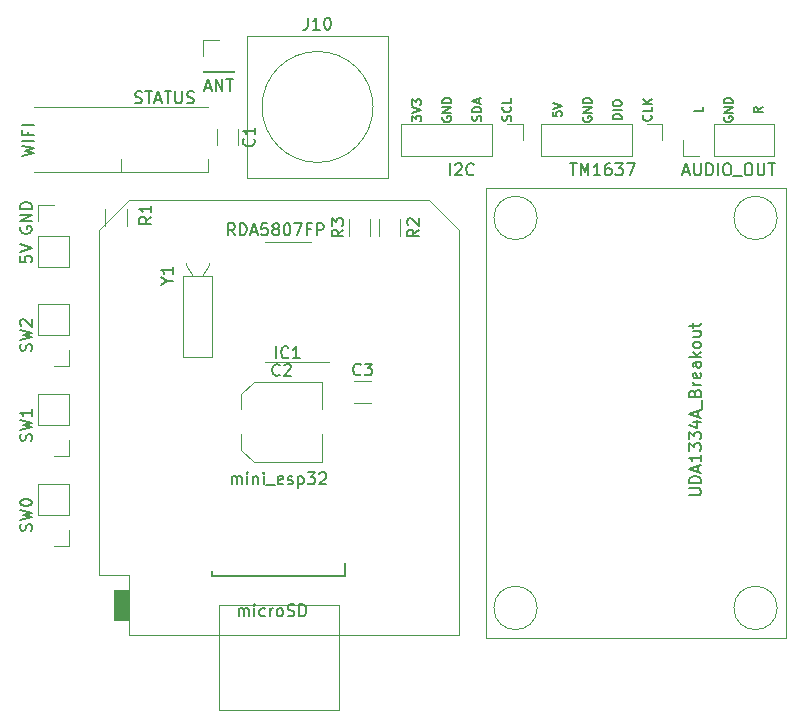
<source format=gbr>
%TF.GenerationSoftware,KiCad,Pcbnew,6.0.10-86aedd382b~118~ubuntu22.04.1*%
%TF.CreationDate,2023-01-08T15:51:37+01:00*%
%TF.ProjectId,mp3alarm,6d703361-6c61-4726-9d2e-6b696361645f,v0.2*%
%TF.SameCoordinates,Original*%
%TF.FileFunction,Legend,Top*%
%TF.FilePolarity,Positive*%
%FSLAX46Y46*%
G04 Gerber Fmt 4.6, Leading zero omitted, Abs format (unit mm)*
G04 Created by KiCad (PCBNEW 6.0.10-86aedd382b~118~ubuntu22.04.1) date 2023-01-08 15:51:37*
%MOMM*%
%LPD*%
G01*
G04 APERTURE LIST*
%ADD10C,0.127000*%
%ADD11C,0.150000*%
%ADD12C,0.120000*%
%ADD13C,0.200000*%
%ADD14C,0.100000*%
G04 APERTURE END LIST*
D10*
X89244714Y-62375142D02*
X89244714Y-62738000D01*
X89607571Y-62774285D01*
X89571285Y-62738000D01*
X89535000Y-62665428D01*
X89535000Y-62484000D01*
X89571285Y-62411428D01*
X89607571Y-62375142D01*
X89680142Y-62338857D01*
X89861571Y-62338857D01*
X89934142Y-62375142D01*
X89970428Y-62411428D01*
X90006714Y-62484000D01*
X90006714Y-62665428D01*
X89970428Y-62738000D01*
X89934142Y-62774285D01*
X89244714Y-62121142D02*
X90006714Y-61867142D01*
X89244714Y-61613142D01*
X83167428Y-63155285D02*
X83203714Y-63046428D01*
X83203714Y-62865000D01*
X83167428Y-62792428D01*
X83131142Y-62756142D01*
X83058571Y-62719857D01*
X82986000Y-62719857D01*
X82913428Y-62756142D01*
X82877142Y-62792428D01*
X82840857Y-62865000D01*
X82804571Y-63010142D01*
X82768285Y-63082714D01*
X82732000Y-63119000D01*
X82659428Y-63155285D01*
X82586857Y-63155285D01*
X82514285Y-63119000D01*
X82478000Y-63082714D01*
X82441714Y-63010142D01*
X82441714Y-62828714D01*
X82478000Y-62719857D01*
X83203714Y-62393285D02*
X82441714Y-62393285D01*
X82441714Y-62211857D01*
X82478000Y-62103000D01*
X82550571Y-62030428D01*
X82623142Y-61994142D01*
X82768285Y-61957857D01*
X82877142Y-61957857D01*
X83022285Y-61994142D01*
X83094857Y-62030428D01*
X83167428Y-62103000D01*
X83203714Y-62211857D01*
X83203714Y-62393285D01*
X82986000Y-61667571D02*
X82986000Y-61304714D01*
X83203714Y-61740142D02*
X82441714Y-61486142D01*
X83203714Y-61232142D01*
D11*
X45108761Y-82613333D02*
X45156380Y-82470476D01*
X45156380Y-82232380D01*
X45108761Y-82137142D01*
X45061142Y-82089523D01*
X44965904Y-82041904D01*
X44870666Y-82041904D01*
X44775428Y-82089523D01*
X44727809Y-82137142D01*
X44680190Y-82232380D01*
X44632571Y-82422857D01*
X44584952Y-82518095D01*
X44537333Y-82565714D01*
X44442095Y-82613333D01*
X44346857Y-82613333D01*
X44251619Y-82565714D01*
X44204000Y-82518095D01*
X44156380Y-82422857D01*
X44156380Y-82184761D01*
X44204000Y-82041904D01*
X44156380Y-81708571D02*
X45156380Y-81470476D01*
X44442095Y-81280000D01*
X45156380Y-81089523D01*
X44156380Y-80851428D01*
X44251619Y-80518095D02*
X44204000Y-80470476D01*
X44156380Y-80375238D01*
X44156380Y-80137142D01*
X44204000Y-80041904D01*
X44251619Y-79994285D01*
X44346857Y-79946666D01*
X44442095Y-79946666D01*
X44584952Y-79994285D01*
X45156380Y-80565714D01*
X45156380Y-79946666D01*
D10*
X97554142Y-62683571D02*
X97590428Y-62719857D01*
X97626714Y-62828714D01*
X97626714Y-62901285D01*
X97590428Y-63010142D01*
X97517857Y-63082714D01*
X97445285Y-63119000D01*
X97300142Y-63155285D01*
X97191285Y-63155285D01*
X97046142Y-63119000D01*
X96973571Y-63082714D01*
X96901000Y-63010142D01*
X96864714Y-62901285D01*
X96864714Y-62828714D01*
X96901000Y-62719857D01*
X96937285Y-62683571D01*
X97626714Y-61994142D02*
X97626714Y-62357000D01*
X96864714Y-62357000D01*
X97626714Y-61740142D02*
X96864714Y-61740142D01*
X97626714Y-61304714D02*
X97191285Y-61631285D01*
X96864714Y-61304714D02*
X97300142Y-61740142D01*
D11*
X80557809Y-67762380D02*
X80557809Y-66762380D01*
X80986380Y-66857619D02*
X81034000Y-66810000D01*
X81129238Y-66762380D01*
X81367333Y-66762380D01*
X81462571Y-66810000D01*
X81510190Y-66857619D01*
X81557809Y-66952857D01*
X81557809Y-67048095D01*
X81510190Y-67190952D01*
X80938761Y-67762380D01*
X81557809Y-67762380D01*
X82557809Y-67667142D02*
X82510190Y-67714761D01*
X82367333Y-67762380D01*
X82272095Y-67762380D01*
X82129238Y-67714761D01*
X82034000Y-67619523D01*
X81986380Y-67524285D01*
X81938761Y-67333809D01*
X81938761Y-67190952D01*
X81986380Y-67000476D01*
X82034000Y-66905238D01*
X82129238Y-66810000D01*
X82272095Y-66762380D01*
X82367333Y-66762380D01*
X82510190Y-66810000D01*
X82557809Y-66857619D01*
D10*
X107024714Y-61994142D02*
X106661857Y-62248142D01*
X107024714Y-62429571D02*
X106262714Y-62429571D01*
X106262714Y-62139285D01*
X106299000Y-62066714D01*
X106335285Y-62030428D01*
X106407857Y-61994142D01*
X106516714Y-61994142D01*
X106589285Y-62030428D01*
X106625571Y-62066714D01*
X106661857Y-62139285D01*
X106661857Y-62429571D01*
D11*
X90710095Y-66762380D02*
X91281523Y-66762380D01*
X90995809Y-67762380D02*
X90995809Y-66762380D01*
X91614857Y-67762380D02*
X91614857Y-66762380D01*
X91948190Y-67476666D01*
X92281523Y-66762380D01*
X92281523Y-67762380D01*
X93281523Y-67762380D02*
X92710095Y-67762380D01*
X92995809Y-67762380D02*
X92995809Y-66762380D01*
X92900571Y-66905238D01*
X92805333Y-67000476D01*
X92710095Y-67048095D01*
X94138666Y-66762380D02*
X93948190Y-66762380D01*
X93852952Y-66810000D01*
X93805333Y-66857619D01*
X93710095Y-67000476D01*
X93662476Y-67190952D01*
X93662476Y-67571904D01*
X93710095Y-67667142D01*
X93757714Y-67714761D01*
X93852952Y-67762380D01*
X94043428Y-67762380D01*
X94138666Y-67714761D01*
X94186285Y-67667142D01*
X94233904Y-67571904D01*
X94233904Y-67333809D01*
X94186285Y-67238571D01*
X94138666Y-67190952D01*
X94043428Y-67143333D01*
X93852952Y-67143333D01*
X93757714Y-67190952D01*
X93710095Y-67238571D01*
X93662476Y-67333809D01*
X94567238Y-66762380D02*
X95186285Y-66762380D01*
X94852952Y-67143333D01*
X94995809Y-67143333D01*
X95091047Y-67190952D01*
X95138666Y-67238571D01*
X95186285Y-67333809D01*
X95186285Y-67571904D01*
X95138666Y-67667142D01*
X95091047Y-67714761D01*
X94995809Y-67762380D01*
X94710095Y-67762380D01*
X94614857Y-67714761D01*
X94567238Y-67667142D01*
X95519619Y-66762380D02*
X96186285Y-66762380D01*
X95757714Y-67762380D01*
X45108761Y-97853333D02*
X45156380Y-97710476D01*
X45156380Y-97472380D01*
X45108761Y-97377142D01*
X45061142Y-97329523D01*
X44965904Y-97281904D01*
X44870666Y-97281904D01*
X44775428Y-97329523D01*
X44727809Y-97377142D01*
X44680190Y-97472380D01*
X44632571Y-97662857D01*
X44584952Y-97758095D01*
X44537333Y-97805714D01*
X44442095Y-97853333D01*
X44346857Y-97853333D01*
X44251619Y-97805714D01*
X44204000Y-97758095D01*
X44156380Y-97662857D01*
X44156380Y-97424761D01*
X44204000Y-97281904D01*
X44156380Y-96948571D02*
X45156380Y-96710476D01*
X44442095Y-96520000D01*
X45156380Y-96329523D01*
X44156380Y-96091428D01*
X44156380Y-95520000D02*
X44156380Y-95424761D01*
X44204000Y-95329523D01*
X44251619Y-95281904D01*
X44346857Y-95234285D01*
X44537333Y-95186666D01*
X44775428Y-95186666D01*
X44965904Y-95234285D01*
X45061142Y-95281904D01*
X45108761Y-95329523D01*
X45156380Y-95424761D01*
X45156380Y-95520000D01*
X45108761Y-95615238D01*
X45061142Y-95662857D01*
X44965904Y-95710476D01*
X44775428Y-95758095D01*
X44537333Y-95758095D01*
X44346857Y-95710476D01*
X44251619Y-95662857D01*
X44204000Y-95615238D01*
X44156380Y-95520000D01*
X62333619Y-72842380D02*
X62000285Y-72366190D01*
X61762190Y-72842380D02*
X61762190Y-71842380D01*
X62143142Y-71842380D01*
X62238380Y-71890000D01*
X62286000Y-71937619D01*
X62333619Y-72032857D01*
X62333619Y-72175714D01*
X62286000Y-72270952D01*
X62238380Y-72318571D01*
X62143142Y-72366190D01*
X61762190Y-72366190D01*
X62762190Y-72842380D02*
X62762190Y-71842380D01*
X63000285Y-71842380D01*
X63143142Y-71890000D01*
X63238380Y-71985238D01*
X63286000Y-72080476D01*
X63333619Y-72270952D01*
X63333619Y-72413809D01*
X63286000Y-72604285D01*
X63238380Y-72699523D01*
X63143142Y-72794761D01*
X63000285Y-72842380D01*
X62762190Y-72842380D01*
X63714571Y-72556666D02*
X64190761Y-72556666D01*
X63619333Y-72842380D02*
X63952666Y-71842380D01*
X64286000Y-72842380D01*
X65095523Y-71842380D02*
X64619333Y-71842380D01*
X64571714Y-72318571D01*
X64619333Y-72270952D01*
X64714571Y-72223333D01*
X64952666Y-72223333D01*
X65047904Y-72270952D01*
X65095523Y-72318571D01*
X65143142Y-72413809D01*
X65143142Y-72651904D01*
X65095523Y-72747142D01*
X65047904Y-72794761D01*
X64952666Y-72842380D01*
X64714571Y-72842380D01*
X64619333Y-72794761D01*
X64571714Y-72747142D01*
X65714571Y-72270952D02*
X65619333Y-72223333D01*
X65571714Y-72175714D01*
X65524095Y-72080476D01*
X65524095Y-72032857D01*
X65571714Y-71937619D01*
X65619333Y-71890000D01*
X65714571Y-71842380D01*
X65905047Y-71842380D01*
X66000285Y-71890000D01*
X66047904Y-71937619D01*
X66095523Y-72032857D01*
X66095523Y-72080476D01*
X66047904Y-72175714D01*
X66000285Y-72223333D01*
X65905047Y-72270952D01*
X65714571Y-72270952D01*
X65619333Y-72318571D01*
X65571714Y-72366190D01*
X65524095Y-72461428D01*
X65524095Y-72651904D01*
X65571714Y-72747142D01*
X65619333Y-72794761D01*
X65714571Y-72842380D01*
X65905047Y-72842380D01*
X66000285Y-72794761D01*
X66047904Y-72747142D01*
X66095523Y-72651904D01*
X66095523Y-72461428D01*
X66047904Y-72366190D01*
X66000285Y-72318571D01*
X65905047Y-72270952D01*
X66714571Y-71842380D02*
X66809809Y-71842380D01*
X66905047Y-71890000D01*
X66952666Y-71937619D01*
X67000285Y-72032857D01*
X67047904Y-72223333D01*
X67047904Y-72461428D01*
X67000285Y-72651904D01*
X66952666Y-72747142D01*
X66905047Y-72794761D01*
X66809809Y-72842380D01*
X66714571Y-72842380D01*
X66619333Y-72794761D01*
X66571714Y-72747142D01*
X66524095Y-72651904D01*
X66476476Y-72461428D01*
X66476476Y-72223333D01*
X66524095Y-72032857D01*
X66571714Y-71937619D01*
X66619333Y-71890000D01*
X66714571Y-71842380D01*
X67381238Y-71842380D02*
X68047904Y-71842380D01*
X67619333Y-72842380D01*
X68762190Y-72318571D02*
X68428857Y-72318571D01*
X68428857Y-72842380D02*
X68428857Y-71842380D01*
X68905047Y-71842380D01*
X69286000Y-72842380D02*
X69286000Y-71842380D01*
X69666952Y-71842380D01*
X69762190Y-71890000D01*
X69809809Y-71937619D01*
X69857428Y-72032857D01*
X69857428Y-72175714D01*
X69809809Y-72270952D01*
X69762190Y-72318571D01*
X69666952Y-72366190D01*
X69286000Y-72366190D01*
X44156380Y-74612476D02*
X44156380Y-75088666D01*
X44632571Y-75136285D01*
X44584952Y-75088666D01*
X44537333Y-74993428D01*
X44537333Y-74755333D01*
X44584952Y-74660095D01*
X44632571Y-74612476D01*
X44727809Y-74564857D01*
X44965904Y-74564857D01*
X45061142Y-74612476D01*
X45108761Y-74660095D01*
X45156380Y-74755333D01*
X45156380Y-74993428D01*
X45108761Y-75088666D01*
X45061142Y-75136285D01*
X44156380Y-74279142D02*
X45156380Y-73945809D01*
X44156380Y-73612476D01*
X100306666Y-67476666D02*
X100782857Y-67476666D01*
X100211428Y-67762380D02*
X100544761Y-66762380D01*
X100878095Y-67762380D01*
X101211428Y-66762380D02*
X101211428Y-67571904D01*
X101259047Y-67667142D01*
X101306666Y-67714761D01*
X101401904Y-67762380D01*
X101592380Y-67762380D01*
X101687619Y-67714761D01*
X101735238Y-67667142D01*
X101782857Y-67571904D01*
X101782857Y-66762380D01*
X102259047Y-67762380D02*
X102259047Y-66762380D01*
X102497142Y-66762380D01*
X102640000Y-66810000D01*
X102735238Y-66905238D01*
X102782857Y-67000476D01*
X102830476Y-67190952D01*
X102830476Y-67333809D01*
X102782857Y-67524285D01*
X102735238Y-67619523D01*
X102640000Y-67714761D01*
X102497142Y-67762380D01*
X102259047Y-67762380D01*
X103259047Y-67762380D02*
X103259047Y-66762380D01*
X103925714Y-66762380D02*
X104116190Y-66762380D01*
X104211428Y-66810000D01*
X104306666Y-66905238D01*
X104354285Y-67095714D01*
X104354285Y-67429047D01*
X104306666Y-67619523D01*
X104211428Y-67714761D01*
X104116190Y-67762380D01*
X103925714Y-67762380D01*
X103830476Y-67714761D01*
X103735238Y-67619523D01*
X103687619Y-67429047D01*
X103687619Y-67095714D01*
X103735238Y-66905238D01*
X103830476Y-66810000D01*
X103925714Y-66762380D01*
X104544761Y-67857619D02*
X105306666Y-67857619D01*
X105735238Y-66762380D02*
X105925714Y-66762380D01*
X106020952Y-66810000D01*
X106116190Y-66905238D01*
X106163809Y-67095714D01*
X106163809Y-67429047D01*
X106116190Y-67619523D01*
X106020952Y-67714761D01*
X105925714Y-67762380D01*
X105735238Y-67762380D01*
X105640000Y-67714761D01*
X105544761Y-67619523D01*
X105497142Y-67429047D01*
X105497142Y-67095714D01*
X105544761Y-66905238D01*
X105640000Y-66810000D01*
X105735238Y-66762380D01*
X106592380Y-66762380D02*
X106592380Y-67571904D01*
X106640000Y-67667142D01*
X106687619Y-67714761D01*
X106782857Y-67762380D01*
X106973333Y-67762380D01*
X107068571Y-67714761D01*
X107116190Y-67667142D01*
X107163809Y-67571904D01*
X107163809Y-66762380D01*
X107497142Y-66762380D02*
X108068571Y-66762380D01*
X107782857Y-67762380D02*
X107782857Y-66762380D01*
D10*
X77361714Y-63173428D02*
X77361714Y-62701714D01*
X77652000Y-62955714D01*
X77652000Y-62846857D01*
X77688285Y-62774285D01*
X77724571Y-62738000D01*
X77797142Y-62701714D01*
X77978571Y-62701714D01*
X78051142Y-62738000D01*
X78087428Y-62774285D01*
X78123714Y-62846857D01*
X78123714Y-63064571D01*
X78087428Y-63137142D01*
X78051142Y-63173428D01*
X77361714Y-62484000D02*
X78123714Y-62230000D01*
X77361714Y-61976000D01*
X77361714Y-61794571D02*
X77361714Y-61322857D01*
X77652000Y-61576857D01*
X77652000Y-61468000D01*
X77688285Y-61395428D01*
X77724571Y-61359142D01*
X77797142Y-61322857D01*
X77978571Y-61322857D01*
X78051142Y-61359142D01*
X78087428Y-61395428D01*
X78123714Y-61468000D01*
X78123714Y-61685714D01*
X78087428Y-61758285D01*
X78051142Y-61794571D01*
D11*
X44204000Y-72135904D02*
X44156380Y-72231142D01*
X44156380Y-72374000D01*
X44204000Y-72516857D01*
X44299238Y-72612095D01*
X44394476Y-72659714D01*
X44584952Y-72707333D01*
X44727809Y-72707333D01*
X44918285Y-72659714D01*
X45013523Y-72612095D01*
X45108761Y-72516857D01*
X45156380Y-72374000D01*
X45156380Y-72278761D01*
X45108761Y-72135904D01*
X45061142Y-72088285D01*
X44727809Y-72088285D01*
X44727809Y-72278761D01*
X45156380Y-71659714D02*
X44156380Y-71659714D01*
X45156380Y-71088285D01*
X44156380Y-71088285D01*
X45156380Y-70612095D02*
X44156380Y-70612095D01*
X44156380Y-70374000D01*
X44204000Y-70231142D01*
X44299238Y-70135904D01*
X44394476Y-70088285D01*
X44584952Y-70040666D01*
X44727809Y-70040666D01*
X44918285Y-70088285D01*
X45013523Y-70135904D01*
X45108761Y-70231142D01*
X45156380Y-70374000D01*
X45156380Y-70612095D01*
D10*
X79938000Y-62810571D02*
X79901714Y-62883142D01*
X79901714Y-62992000D01*
X79938000Y-63100857D01*
X80010571Y-63173428D01*
X80083142Y-63209714D01*
X80228285Y-63246000D01*
X80337142Y-63246000D01*
X80482285Y-63209714D01*
X80554857Y-63173428D01*
X80627428Y-63100857D01*
X80663714Y-62992000D01*
X80663714Y-62919428D01*
X80627428Y-62810571D01*
X80591142Y-62774285D01*
X80337142Y-62774285D01*
X80337142Y-62919428D01*
X80663714Y-62447714D02*
X79901714Y-62447714D01*
X80663714Y-62012285D01*
X79901714Y-62012285D01*
X80663714Y-61649428D02*
X79901714Y-61649428D01*
X79901714Y-61468000D01*
X79938000Y-61359142D01*
X80010571Y-61286571D01*
X80083142Y-61250285D01*
X80228285Y-61214000D01*
X80337142Y-61214000D01*
X80482285Y-61250285D01*
X80554857Y-61286571D01*
X80627428Y-61359142D01*
X80663714Y-61468000D01*
X80663714Y-61649428D01*
D11*
X45108761Y-90233333D02*
X45156380Y-90090476D01*
X45156380Y-89852380D01*
X45108761Y-89757142D01*
X45061142Y-89709523D01*
X44965904Y-89661904D01*
X44870666Y-89661904D01*
X44775428Y-89709523D01*
X44727809Y-89757142D01*
X44680190Y-89852380D01*
X44632571Y-90042857D01*
X44584952Y-90138095D01*
X44537333Y-90185714D01*
X44442095Y-90233333D01*
X44346857Y-90233333D01*
X44251619Y-90185714D01*
X44204000Y-90138095D01*
X44156380Y-90042857D01*
X44156380Y-89804761D01*
X44204000Y-89661904D01*
X44156380Y-89328571D02*
X45156380Y-89090476D01*
X44442095Y-88900000D01*
X45156380Y-88709523D01*
X44156380Y-88471428D01*
X45156380Y-87566666D02*
X45156380Y-88138095D01*
X45156380Y-87852380D02*
X44156380Y-87852380D01*
X44299238Y-87947619D01*
X44394476Y-88042857D01*
X44442095Y-88138095D01*
D10*
X101944714Y-61994142D02*
X101944714Y-62357000D01*
X101182714Y-62357000D01*
X103759000Y-62810571D02*
X103722714Y-62883142D01*
X103722714Y-62992000D01*
X103759000Y-63100857D01*
X103831571Y-63173428D01*
X103904142Y-63209714D01*
X104049285Y-63246000D01*
X104158142Y-63246000D01*
X104303285Y-63209714D01*
X104375857Y-63173428D01*
X104448428Y-63100857D01*
X104484714Y-62992000D01*
X104484714Y-62919428D01*
X104448428Y-62810571D01*
X104412142Y-62774285D01*
X104158142Y-62774285D01*
X104158142Y-62919428D01*
X104484714Y-62447714D02*
X103722714Y-62447714D01*
X104484714Y-62012285D01*
X103722714Y-62012285D01*
X104484714Y-61649428D02*
X103722714Y-61649428D01*
X103722714Y-61468000D01*
X103759000Y-61359142D01*
X103831571Y-61286571D01*
X103904142Y-61250285D01*
X104049285Y-61214000D01*
X104158142Y-61214000D01*
X104303285Y-61250285D01*
X104375857Y-61286571D01*
X104448428Y-61359142D01*
X104484714Y-61468000D01*
X104484714Y-61649428D01*
X85707428Y-63137142D02*
X85743714Y-63028285D01*
X85743714Y-62846857D01*
X85707428Y-62774285D01*
X85671142Y-62738000D01*
X85598571Y-62701714D01*
X85526000Y-62701714D01*
X85453428Y-62738000D01*
X85417142Y-62774285D01*
X85380857Y-62846857D01*
X85344571Y-62992000D01*
X85308285Y-63064571D01*
X85272000Y-63100857D01*
X85199428Y-63137142D01*
X85126857Y-63137142D01*
X85054285Y-63100857D01*
X85018000Y-63064571D01*
X84981714Y-62992000D01*
X84981714Y-62810571D01*
X85018000Y-62701714D01*
X85671142Y-61939714D02*
X85707428Y-61976000D01*
X85743714Y-62084857D01*
X85743714Y-62157428D01*
X85707428Y-62266285D01*
X85634857Y-62338857D01*
X85562285Y-62375142D01*
X85417142Y-62411428D01*
X85308285Y-62411428D01*
X85163142Y-62375142D01*
X85090571Y-62338857D01*
X85018000Y-62266285D01*
X84981714Y-62157428D01*
X84981714Y-62084857D01*
X85018000Y-61976000D01*
X85054285Y-61939714D01*
X85743714Y-61250285D02*
X85743714Y-61613142D01*
X84981714Y-61613142D01*
X91821000Y-62810571D02*
X91784714Y-62883142D01*
X91784714Y-62992000D01*
X91821000Y-63100857D01*
X91893571Y-63173428D01*
X91966142Y-63209714D01*
X92111285Y-63246000D01*
X92220142Y-63246000D01*
X92365285Y-63209714D01*
X92437857Y-63173428D01*
X92510428Y-63100857D01*
X92546714Y-62992000D01*
X92546714Y-62919428D01*
X92510428Y-62810571D01*
X92474142Y-62774285D01*
X92220142Y-62774285D01*
X92220142Y-62919428D01*
X92546714Y-62447714D02*
X91784714Y-62447714D01*
X92546714Y-62012285D01*
X91784714Y-62012285D01*
X92546714Y-61649428D02*
X91784714Y-61649428D01*
X91784714Y-61468000D01*
X91821000Y-61359142D01*
X91893571Y-61286571D01*
X91966142Y-61250285D01*
X92111285Y-61214000D01*
X92220142Y-61214000D01*
X92365285Y-61250285D01*
X92437857Y-61286571D01*
X92510428Y-61359142D01*
X92546714Y-61468000D01*
X92546714Y-61649428D01*
X95086714Y-63010142D02*
X94324714Y-63010142D01*
X94324714Y-62828714D01*
X94361000Y-62719857D01*
X94433571Y-62647285D01*
X94506142Y-62611000D01*
X94651285Y-62574714D01*
X94760142Y-62574714D01*
X94905285Y-62611000D01*
X94977857Y-62647285D01*
X95050428Y-62719857D01*
X95086714Y-62828714D01*
X95086714Y-63010142D01*
X95086714Y-62248142D02*
X94324714Y-62248142D01*
X94324714Y-61740142D02*
X94324714Y-61595000D01*
X94361000Y-61522428D01*
X94433571Y-61449857D01*
X94578714Y-61413571D01*
X94832714Y-61413571D01*
X94977857Y-61449857D01*
X95050428Y-61522428D01*
X95086714Y-61595000D01*
X95086714Y-61740142D01*
X95050428Y-61812714D01*
X94977857Y-61885285D01*
X94832714Y-61921571D01*
X94578714Y-61921571D01*
X94433571Y-61885285D01*
X94361000Y-61812714D01*
X94324714Y-61740142D01*
D11*
%TO.C,D1*%
X53911809Y-61618761D02*
X54054666Y-61666380D01*
X54292761Y-61666380D01*
X54388000Y-61618761D01*
X54435619Y-61571142D01*
X54483238Y-61475904D01*
X54483238Y-61380666D01*
X54435619Y-61285428D01*
X54388000Y-61237809D01*
X54292761Y-61190190D01*
X54102285Y-61142571D01*
X54007047Y-61094952D01*
X53959428Y-61047333D01*
X53911809Y-60952095D01*
X53911809Y-60856857D01*
X53959428Y-60761619D01*
X54007047Y-60714000D01*
X54102285Y-60666380D01*
X54340380Y-60666380D01*
X54483238Y-60714000D01*
X54768952Y-60666380D02*
X55340380Y-60666380D01*
X55054666Y-61666380D02*
X55054666Y-60666380D01*
X55626095Y-61380666D02*
X56102285Y-61380666D01*
X55530857Y-61666380D02*
X55864190Y-60666380D01*
X56197523Y-61666380D01*
X56388000Y-60666380D02*
X56959428Y-60666380D01*
X56673714Y-61666380D02*
X56673714Y-60666380D01*
X57292761Y-60666380D02*
X57292761Y-61475904D01*
X57340380Y-61571142D01*
X57388000Y-61618761D01*
X57483238Y-61666380D01*
X57673714Y-61666380D01*
X57768952Y-61618761D01*
X57816571Y-61571142D01*
X57864190Y-61475904D01*
X57864190Y-60666380D01*
X58292761Y-61618761D02*
X58435619Y-61666380D01*
X58673714Y-61666380D01*
X58768952Y-61618761D01*
X58816571Y-61571142D01*
X58864190Y-61475904D01*
X58864190Y-61380666D01*
X58816571Y-61285428D01*
X58768952Y-61237809D01*
X58673714Y-61190190D01*
X58483238Y-61142571D01*
X58388000Y-61094952D01*
X58340380Y-61047333D01*
X58292761Y-60952095D01*
X58292761Y-60856857D01*
X58340380Y-60761619D01*
X58388000Y-60714000D01*
X58483238Y-60666380D01*
X58721333Y-60666380D01*
X58864190Y-60714000D01*
%TO.C,C1*%
X63929142Y-64682666D02*
X63976761Y-64730285D01*
X64024380Y-64873142D01*
X64024380Y-64968380D01*
X63976761Y-65111238D01*
X63881523Y-65206476D01*
X63786285Y-65254095D01*
X63595809Y-65301714D01*
X63452952Y-65301714D01*
X63262476Y-65254095D01*
X63167238Y-65206476D01*
X63072000Y-65111238D01*
X63024380Y-64968380D01*
X63024380Y-64873142D01*
X63072000Y-64730285D01*
X63119619Y-64682666D01*
X64024380Y-63730285D02*
X64024380Y-64301714D01*
X64024380Y-64016000D02*
X63024380Y-64016000D01*
X63167238Y-64111238D01*
X63262476Y-64206476D01*
X63310095Y-64301714D01*
D10*
%TO.C,J7*%
X62657666Y-105100380D02*
X62657666Y-104433714D01*
X62657666Y-104528952D02*
X62705285Y-104481333D01*
X62800523Y-104433714D01*
X62943380Y-104433714D01*
X63038619Y-104481333D01*
X63086238Y-104576571D01*
X63086238Y-105100380D01*
X63086238Y-104576571D02*
X63133857Y-104481333D01*
X63229095Y-104433714D01*
X63371952Y-104433714D01*
X63467190Y-104481333D01*
X63514809Y-104576571D01*
X63514809Y-105100380D01*
X63991000Y-105100380D02*
X63991000Y-104433714D01*
X63991000Y-104100380D02*
X63943380Y-104148000D01*
X63991000Y-104195619D01*
X64038619Y-104148000D01*
X63991000Y-104100380D01*
X63991000Y-104195619D01*
X64895761Y-105052761D02*
X64800523Y-105100380D01*
X64610047Y-105100380D01*
X64514809Y-105052761D01*
X64467190Y-105005142D01*
X64419571Y-104909904D01*
X64419571Y-104624190D01*
X64467190Y-104528952D01*
X64514809Y-104481333D01*
X64610047Y-104433714D01*
X64800523Y-104433714D01*
X64895761Y-104481333D01*
X65324333Y-105100380D02*
X65324333Y-104433714D01*
X65324333Y-104624190D02*
X65371952Y-104528952D01*
X65419571Y-104481333D01*
X65514809Y-104433714D01*
X65610047Y-104433714D01*
X66086238Y-105100380D02*
X65991000Y-105052761D01*
X65943380Y-105005142D01*
X65895761Y-104909904D01*
X65895761Y-104624190D01*
X65943380Y-104528952D01*
X65991000Y-104481333D01*
X66086238Y-104433714D01*
X66229095Y-104433714D01*
X66324333Y-104481333D01*
X66371952Y-104528952D01*
X66419571Y-104624190D01*
X66419571Y-104909904D01*
X66371952Y-105005142D01*
X66324333Y-105052761D01*
X66229095Y-105100380D01*
X66086238Y-105100380D01*
X66800523Y-105052761D02*
X66943380Y-105100380D01*
X67181476Y-105100380D01*
X67276714Y-105052761D01*
X67324333Y-105005142D01*
X67371952Y-104909904D01*
X67371952Y-104814666D01*
X67324333Y-104719428D01*
X67276714Y-104671809D01*
X67181476Y-104624190D01*
X66991000Y-104576571D01*
X66895761Y-104528952D01*
X66848142Y-104481333D01*
X66800523Y-104386095D01*
X66800523Y-104290857D01*
X66848142Y-104195619D01*
X66895761Y-104148000D01*
X66991000Y-104100380D01*
X67229095Y-104100380D01*
X67371952Y-104148000D01*
X67800523Y-105100380D02*
X67800523Y-104100380D01*
X68038619Y-104100380D01*
X68181476Y-104148000D01*
X68276714Y-104243238D01*
X68324333Y-104338476D01*
X68371952Y-104528952D01*
X68371952Y-104671809D01*
X68324333Y-104862285D01*
X68276714Y-104957523D01*
X68181476Y-105052761D01*
X68038619Y-105100380D01*
X67800523Y-105100380D01*
D11*
%TO.C,U2*%
X62063809Y-93924380D02*
X62063809Y-93257714D01*
X62063809Y-93352952D02*
X62111428Y-93305333D01*
X62206666Y-93257714D01*
X62349523Y-93257714D01*
X62444761Y-93305333D01*
X62492380Y-93400571D01*
X62492380Y-93924380D01*
X62492380Y-93400571D02*
X62540000Y-93305333D01*
X62635238Y-93257714D01*
X62778095Y-93257714D01*
X62873333Y-93305333D01*
X62920952Y-93400571D01*
X62920952Y-93924380D01*
X63397142Y-93924380D02*
X63397142Y-93257714D01*
X63397142Y-92924380D02*
X63349523Y-92972000D01*
X63397142Y-93019619D01*
X63444761Y-92972000D01*
X63397142Y-92924380D01*
X63397142Y-93019619D01*
X63873333Y-93257714D02*
X63873333Y-93924380D01*
X63873333Y-93352952D02*
X63920952Y-93305333D01*
X64016190Y-93257714D01*
X64159047Y-93257714D01*
X64254285Y-93305333D01*
X64301904Y-93400571D01*
X64301904Y-93924380D01*
X64778095Y-93924380D02*
X64778095Y-93257714D01*
X64778095Y-92924380D02*
X64730476Y-92972000D01*
X64778095Y-93019619D01*
X64825714Y-92972000D01*
X64778095Y-92924380D01*
X64778095Y-93019619D01*
X65016190Y-94019619D02*
X65778095Y-94019619D01*
X66397142Y-93876761D02*
X66301904Y-93924380D01*
X66111428Y-93924380D01*
X66016190Y-93876761D01*
X65968571Y-93781523D01*
X65968571Y-93400571D01*
X66016190Y-93305333D01*
X66111428Y-93257714D01*
X66301904Y-93257714D01*
X66397142Y-93305333D01*
X66444761Y-93400571D01*
X66444761Y-93495809D01*
X65968571Y-93591047D01*
X66825714Y-93876761D02*
X66920952Y-93924380D01*
X67111428Y-93924380D01*
X67206666Y-93876761D01*
X67254285Y-93781523D01*
X67254285Y-93733904D01*
X67206666Y-93638666D01*
X67111428Y-93591047D01*
X66968571Y-93591047D01*
X66873333Y-93543428D01*
X66825714Y-93448190D01*
X66825714Y-93400571D01*
X66873333Y-93305333D01*
X66968571Y-93257714D01*
X67111428Y-93257714D01*
X67206666Y-93305333D01*
X67682857Y-93257714D02*
X67682857Y-94257714D01*
X67682857Y-93305333D02*
X67778095Y-93257714D01*
X67968571Y-93257714D01*
X68063809Y-93305333D01*
X68111428Y-93352952D01*
X68159047Y-93448190D01*
X68159047Y-93733904D01*
X68111428Y-93829142D01*
X68063809Y-93876761D01*
X67968571Y-93924380D01*
X67778095Y-93924380D01*
X67682857Y-93876761D01*
X68492380Y-92924380D02*
X69111428Y-92924380D01*
X68778095Y-93305333D01*
X68920952Y-93305333D01*
X69016190Y-93352952D01*
X69063809Y-93400571D01*
X69111428Y-93495809D01*
X69111428Y-93733904D01*
X69063809Y-93829142D01*
X69016190Y-93876761D01*
X68920952Y-93924380D01*
X68635238Y-93924380D01*
X68540000Y-93876761D01*
X68492380Y-93829142D01*
X69492380Y-93019619D02*
X69540000Y-92972000D01*
X69635238Y-92924380D01*
X69873333Y-92924380D01*
X69968571Y-92972000D01*
X70016190Y-93019619D01*
X70063809Y-93114857D01*
X70063809Y-93210095D01*
X70016190Y-93352952D01*
X69444761Y-93924380D01*
X70063809Y-93924380D01*
%TO.C,J9*%
X59817142Y-60364666D02*
X60293333Y-60364666D01*
X59721904Y-60650380D02*
X60055238Y-59650380D01*
X60388571Y-60650380D01*
X60721904Y-60650380D02*
X60721904Y-59650380D01*
X61293333Y-60650380D01*
X61293333Y-59650380D01*
X61626666Y-59650380D02*
X62198095Y-59650380D01*
X61912380Y-60650380D02*
X61912380Y-59650380D01*
%TO.C,R1*%
X55254880Y-71286666D02*
X54778690Y-71620000D01*
X55254880Y-71858095D02*
X54254880Y-71858095D01*
X54254880Y-71477142D01*
X54302500Y-71381904D01*
X54350119Y-71334285D01*
X54445357Y-71286666D01*
X54588214Y-71286666D01*
X54683452Y-71334285D01*
X54731071Y-71381904D01*
X54778690Y-71477142D01*
X54778690Y-71858095D01*
X55254880Y-70334285D02*
X55254880Y-70905714D01*
X55254880Y-70620000D02*
X54254880Y-70620000D01*
X54397738Y-70715238D01*
X54492976Y-70810476D01*
X54540595Y-70905714D01*
%TO.C,U1*%
X100798380Y-94844285D02*
X101607904Y-94844285D01*
X101703142Y-94796666D01*
X101750761Y-94749047D01*
X101798380Y-94653809D01*
X101798380Y-94463333D01*
X101750761Y-94368095D01*
X101703142Y-94320476D01*
X101607904Y-94272857D01*
X100798380Y-94272857D01*
X101798380Y-93796666D02*
X100798380Y-93796666D01*
X100798380Y-93558571D01*
X100846000Y-93415714D01*
X100941238Y-93320476D01*
X101036476Y-93272857D01*
X101226952Y-93225238D01*
X101369809Y-93225238D01*
X101560285Y-93272857D01*
X101655523Y-93320476D01*
X101750761Y-93415714D01*
X101798380Y-93558571D01*
X101798380Y-93796666D01*
X101512666Y-92844285D02*
X101512666Y-92368095D01*
X101798380Y-92939523D02*
X100798380Y-92606190D01*
X101798380Y-92272857D01*
X101798380Y-91415714D02*
X101798380Y-91987142D01*
X101798380Y-91701428D02*
X100798380Y-91701428D01*
X100941238Y-91796666D01*
X101036476Y-91891904D01*
X101084095Y-91987142D01*
X100798380Y-91082380D02*
X100798380Y-90463333D01*
X101179333Y-90796666D01*
X101179333Y-90653809D01*
X101226952Y-90558571D01*
X101274571Y-90510952D01*
X101369809Y-90463333D01*
X101607904Y-90463333D01*
X101703142Y-90510952D01*
X101750761Y-90558571D01*
X101798380Y-90653809D01*
X101798380Y-90939523D01*
X101750761Y-91034761D01*
X101703142Y-91082380D01*
X100798380Y-90130000D02*
X100798380Y-89510952D01*
X101179333Y-89844285D01*
X101179333Y-89701428D01*
X101226952Y-89606190D01*
X101274571Y-89558571D01*
X101369809Y-89510952D01*
X101607904Y-89510952D01*
X101703142Y-89558571D01*
X101750761Y-89606190D01*
X101798380Y-89701428D01*
X101798380Y-89987142D01*
X101750761Y-90082380D01*
X101703142Y-90130000D01*
X101131714Y-88653809D02*
X101798380Y-88653809D01*
X100750761Y-88891904D02*
X101465047Y-89130000D01*
X101465047Y-88510952D01*
X101512666Y-88177619D02*
X101512666Y-87701428D01*
X101798380Y-88272857D02*
X100798380Y-87939523D01*
X101798380Y-87606190D01*
X101893619Y-87510952D02*
X101893619Y-86749047D01*
X101274571Y-86177619D02*
X101322190Y-86034761D01*
X101369809Y-85987142D01*
X101465047Y-85939523D01*
X101607904Y-85939523D01*
X101703142Y-85987142D01*
X101750761Y-86034761D01*
X101798380Y-86130000D01*
X101798380Y-86510952D01*
X100798380Y-86510952D01*
X100798380Y-86177619D01*
X100846000Y-86082380D01*
X100893619Y-86034761D01*
X100988857Y-85987142D01*
X101084095Y-85987142D01*
X101179333Y-86034761D01*
X101226952Y-86082380D01*
X101274571Y-86177619D01*
X101274571Y-86510952D01*
X101798380Y-85510952D02*
X101131714Y-85510952D01*
X101322190Y-85510952D02*
X101226952Y-85463333D01*
X101179333Y-85415714D01*
X101131714Y-85320476D01*
X101131714Y-85225238D01*
X101750761Y-84510952D02*
X101798380Y-84606190D01*
X101798380Y-84796666D01*
X101750761Y-84891904D01*
X101655523Y-84939523D01*
X101274571Y-84939523D01*
X101179333Y-84891904D01*
X101131714Y-84796666D01*
X101131714Y-84606190D01*
X101179333Y-84510952D01*
X101274571Y-84463333D01*
X101369809Y-84463333D01*
X101465047Y-84939523D01*
X101798380Y-83606190D02*
X101274571Y-83606190D01*
X101179333Y-83653809D01*
X101131714Y-83749047D01*
X101131714Y-83939523D01*
X101179333Y-84034761D01*
X101750761Y-83606190D02*
X101798380Y-83701428D01*
X101798380Y-83939523D01*
X101750761Y-84034761D01*
X101655523Y-84082380D01*
X101560285Y-84082380D01*
X101465047Y-84034761D01*
X101417428Y-83939523D01*
X101417428Y-83701428D01*
X101369809Y-83606190D01*
X101798380Y-83130000D02*
X100798380Y-83130000D01*
X101417428Y-83034761D02*
X101798380Y-82749047D01*
X101131714Y-82749047D02*
X101512666Y-83130000D01*
X101798380Y-82177619D02*
X101750761Y-82272857D01*
X101703142Y-82320476D01*
X101607904Y-82368095D01*
X101322190Y-82368095D01*
X101226952Y-82320476D01*
X101179333Y-82272857D01*
X101131714Y-82177619D01*
X101131714Y-82034761D01*
X101179333Y-81939523D01*
X101226952Y-81891904D01*
X101322190Y-81844285D01*
X101607904Y-81844285D01*
X101703142Y-81891904D01*
X101750761Y-81939523D01*
X101798380Y-82034761D01*
X101798380Y-82177619D01*
X101131714Y-80987142D02*
X101798380Y-80987142D01*
X101131714Y-81415714D02*
X101655523Y-81415714D01*
X101750761Y-81368095D01*
X101798380Y-81272857D01*
X101798380Y-81130000D01*
X101750761Y-81034761D01*
X101703142Y-80987142D01*
X101131714Y-80653809D02*
X101131714Y-80272857D01*
X100798380Y-80510952D02*
X101655523Y-80510952D01*
X101750761Y-80463333D01*
X101798380Y-80368095D01*
X101798380Y-80272857D01*
%TO.C,R2*%
X77922380Y-72364166D02*
X77446190Y-72697500D01*
X77922380Y-72935595D02*
X76922380Y-72935595D01*
X76922380Y-72554642D01*
X76970000Y-72459404D01*
X77017619Y-72411785D01*
X77112857Y-72364166D01*
X77255714Y-72364166D01*
X77350952Y-72411785D01*
X77398571Y-72459404D01*
X77446190Y-72554642D01*
X77446190Y-72935595D01*
X77017619Y-71983214D02*
X76970000Y-71935595D01*
X76922380Y-71840357D01*
X76922380Y-71602261D01*
X76970000Y-71507023D01*
X77017619Y-71459404D01*
X77112857Y-71411785D01*
X77208095Y-71411785D01*
X77350952Y-71459404D01*
X77922380Y-72030833D01*
X77922380Y-71411785D01*
%TO.C,IC1*%
X65825809Y-83256380D02*
X65825809Y-82256380D01*
X66873428Y-83161142D02*
X66825809Y-83208761D01*
X66682952Y-83256380D01*
X66587714Y-83256380D01*
X66444857Y-83208761D01*
X66349619Y-83113523D01*
X66302000Y-83018285D01*
X66254380Y-82827809D01*
X66254380Y-82684952D01*
X66302000Y-82494476D01*
X66349619Y-82399238D01*
X66444857Y-82304000D01*
X66587714Y-82256380D01*
X66682952Y-82256380D01*
X66825809Y-82304000D01*
X66873428Y-82351619D01*
X67825809Y-83256380D02*
X67254380Y-83256380D01*
X67540095Y-83256380D02*
X67540095Y-82256380D01*
X67444857Y-82399238D01*
X67349619Y-82494476D01*
X67254380Y-82542095D01*
%TO.C,C3*%
X72985333Y-84613142D02*
X72937714Y-84660761D01*
X72794857Y-84708380D01*
X72699619Y-84708380D01*
X72556761Y-84660761D01*
X72461523Y-84565523D01*
X72413904Y-84470285D01*
X72366285Y-84279809D01*
X72366285Y-84136952D01*
X72413904Y-83946476D01*
X72461523Y-83851238D01*
X72556761Y-83756000D01*
X72699619Y-83708380D01*
X72794857Y-83708380D01*
X72937714Y-83756000D01*
X72985333Y-83803619D01*
X73318666Y-83708380D02*
X73937714Y-83708380D01*
X73604380Y-84089333D01*
X73747238Y-84089333D01*
X73842476Y-84136952D01*
X73890095Y-84184571D01*
X73937714Y-84279809D01*
X73937714Y-84517904D01*
X73890095Y-84613142D01*
X73842476Y-84660761D01*
X73747238Y-84708380D01*
X73461523Y-84708380D01*
X73366285Y-84660761D01*
X73318666Y-84613142D01*
%TO.C,R3*%
X71530380Y-72364166D02*
X71054190Y-72697500D01*
X71530380Y-72935595D02*
X70530380Y-72935595D01*
X70530380Y-72554642D01*
X70578000Y-72459404D01*
X70625619Y-72411785D01*
X70720857Y-72364166D01*
X70863714Y-72364166D01*
X70958952Y-72411785D01*
X71006571Y-72459404D01*
X71054190Y-72554642D01*
X71054190Y-72935595D01*
X70530380Y-72030833D02*
X70530380Y-71411785D01*
X70911333Y-71745119D01*
X70911333Y-71602261D01*
X70958952Y-71507023D01*
X71006571Y-71459404D01*
X71101809Y-71411785D01*
X71339904Y-71411785D01*
X71435142Y-71459404D01*
X71482761Y-71507023D01*
X71530380Y-71602261D01*
X71530380Y-71887976D01*
X71482761Y-71983214D01*
X71435142Y-72030833D01*
%TO.C,D2*%
X44324380Y-66103333D02*
X45324380Y-65865238D01*
X44610095Y-65674761D01*
X45324380Y-65484285D01*
X44324380Y-65246190D01*
X45324380Y-64865238D02*
X44324380Y-64865238D01*
X44800571Y-64055714D02*
X44800571Y-64389047D01*
X45324380Y-64389047D02*
X44324380Y-64389047D01*
X44324380Y-63912857D01*
X45324380Y-63531904D02*
X44324380Y-63531904D01*
%TO.C,J10*%
X68532476Y-54428380D02*
X68532476Y-55142666D01*
X68484857Y-55285523D01*
X68389619Y-55380761D01*
X68246761Y-55428380D01*
X68151523Y-55428380D01*
X69532476Y-55428380D02*
X68961047Y-55428380D01*
X69246761Y-55428380D02*
X69246761Y-54428380D01*
X69151523Y-54571238D01*
X69056285Y-54666476D01*
X68961047Y-54714095D01*
X70151523Y-54428380D02*
X70246761Y-54428380D01*
X70342000Y-54476000D01*
X70389619Y-54523619D01*
X70437238Y-54618857D01*
X70484857Y-54809333D01*
X70484857Y-55047428D01*
X70437238Y-55237904D01*
X70389619Y-55333142D01*
X70342000Y-55380761D01*
X70246761Y-55428380D01*
X70151523Y-55428380D01*
X70056285Y-55380761D01*
X70008666Y-55333142D01*
X69961047Y-55237904D01*
X69913428Y-55047428D01*
X69913428Y-54809333D01*
X69961047Y-54618857D01*
X70008666Y-54523619D01*
X70056285Y-54476000D01*
X70151523Y-54428380D01*
%TO.C,Y1*%
X56608190Y-76716190D02*
X57084380Y-76716190D01*
X56084380Y-77049523D02*
X56608190Y-76716190D01*
X56084380Y-76382857D01*
X57084380Y-75525714D02*
X57084380Y-76097142D01*
X57084380Y-75811428D02*
X56084380Y-75811428D01*
X56227238Y-75906666D01*
X56322476Y-76001904D01*
X56370095Y-76097142D01*
%TO.C,C2*%
X66127333Y-84653142D02*
X66079714Y-84700761D01*
X65936857Y-84748380D01*
X65841619Y-84748380D01*
X65698761Y-84700761D01*
X65603523Y-84605523D01*
X65555904Y-84510285D01*
X65508285Y-84319809D01*
X65508285Y-84176952D01*
X65555904Y-83986476D01*
X65603523Y-83891238D01*
X65698761Y-83796000D01*
X65841619Y-83748380D01*
X65936857Y-83748380D01*
X66079714Y-83796000D01*
X66127333Y-83843619D01*
X66508285Y-83843619D02*
X66555904Y-83796000D01*
X66651142Y-83748380D01*
X66889238Y-83748380D01*
X66984476Y-83796000D01*
X67032095Y-83843619D01*
X67079714Y-83938857D01*
X67079714Y-84034095D01*
X67032095Y-84176952D01*
X66460666Y-84748380D01*
X67079714Y-84748380D01*
D12*
%TO.C,D1*%
X52738000Y-62020000D02*
X60038000Y-62020000D01*
X60038000Y-67520000D02*
X60038000Y-66370000D01*
X52738000Y-67520000D02*
X60038000Y-67520000D01*
%TO.C,C1*%
X60812000Y-63804748D02*
X60812000Y-65227252D01*
X62632000Y-63804748D02*
X62632000Y-65227252D01*
%TO.C,J3*%
X48320000Y-86300000D02*
X45660000Y-86300000D01*
X48320000Y-90170000D02*
X48320000Y-91500000D01*
X48320000Y-91500000D02*
X46990000Y-91500000D01*
X45660000Y-88900000D02*
X45660000Y-86300000D01*
X48320000Y-88900000D02*
X45660000Y-88900000D01*
X48320000Y-88900000D02*
X48320000Y-86300000D01*
%TO.C,J5*%
X84129000Y-63440000D02*
X84129000Y-66100000D01*
X84129000Y-66100000D02*
X76449000Y-66100000D01*
X85399000Y-63440000D02*
X86729000Y-63440000D01*
X76449000Y-63440000D02*
X76449000Y-66100000D01*
X86729000Y-63440000D02*
X86729000Y-64770000D01*
X84129000Y-63440000D02*
X76449000Y-63440000D01*
%TO.C,J6*%
X98548500Y-63440000D02*
X98548500Y-64770000D01*
X95948500Y-63440000D02*
X88268500Y-63440000D01*
X95948500Y-66100000D02*
X88268500Y-66100000D01*
X97218500Y-63440000D02*
X98548500Y-63440000D01*
X95948500Y-63440000D02*
X95948500Y-66100000D01*
X88268500Y-63440000D02*
X88268500Y-66100000D01*
D13*
%TO.C,J7*%
X60390000Y-101700000D02*
X60390000Y-101278000D01*
X71690000Y-101700000D02*
X71690000Y-100605000D01*
X60390000Y-101700000D02*
X71690000Y-101700000D01*
D12*
%TO.C,U2*%
X71120000Y-104140000D02*
X71120000Y-106680000D01*
X53340000Y-69850000D02*
X54610000Y-69850000D01*
X60960000Y-106680000D02*
X60960000Y-113030000D01*
X50800000Y-101600000D02*
X53340000Y-101600000D01*
X60960000Y-113030000D02*
X71120000Y-113030000D01*
X60960000Y-106680000D02*
X60960000Y-104140000D01*
X50800000Y-72390000D02*
X50800000Y-101600000D01*
X53340000Y-106680000D02*
X81280000Y-106680000D01*
X53340000Y-69850000D02*
X50800000Y-72390000D01*
X53340000Y-101600000D02*
X53340000Y-106680000D01*
X81280000Y-72390000D02*
X81280000Y-106680000D01*
X78740000Y-69850000D02*
X81280000Y-72390000D01*
X78740000Y-69850000D02*
X54610000Y-69850000D01*
X60960000Y-104140000D02*
X71120000Y-104140000D01*
X71120000Y-113030000D02*
X71120000Y-106680000D01*
G36*
X53340000Y-105410000D02*
G01*
X52070000Y-105410000D01*
X52070000Y-102870000D01*
X53340000Y-102870000D01*
X53340000Y-105410000D01*
G37*
D14*
X53340000Y-105410000D02*
X52070000Y-105410000D01*
X52070000Y-102870000D01*
X53340000Y-102870000D01*
X53340000Y-105410000D01*
D12*
%TO.C,J2*%
X48320000Y-97790000D02*
X48320000Y-99120000D01*
X45660000Y-96520000D02*
X45660000Y-93920000D01*
X48320000Y-99120000D02*
X46990000Y-99120000D01*
X48320000Y-96520000D02*
X48320000Y-93920000D01*
X48320000Y-96520000D02*
X45660000Y-96520000D01*
X48320000Y-93920000D02*
X45660000Y-93920000D01*
%TO.C,J9*%
X59630000Y-58928000D02*
X59630000Y-58988000D01*
X59630000Y-57658000D02*
X59630000Y-56328000D01*
X59630000Y-58988000D02*
X62290000Y-58988000D01*
X59630000Y-58928000D02*
X62290000Y-58928000D01*
X59630000Y-56328000D02*
X60960000Y-56328000D01*
X62290000Y-58928000D02*
X62290000Y-58988000D01*
%TO.C,R1*%
X53172500Y-72039564D02*
X53172500Y-70585436D01*
X51352500Y-72039564D02*
X51352500Y-70585436D01*
%TO.C,J4*%
X48320000Y-83880000D02*
X46990000Y-83880000D01*
X45660000Y-81280000D02*
X45660000Y-78680000D01*
X48320000Y-82550000D02*
X48320000Y-83880000D01*
X48320000Y-78680000D02*
X45660000Y-78680000D01*
X48320000Y-81280000D02*
X45660000Y-81280000D01*
X48320000Y-81280000D02*
X48320000Y-78680000D01*
%TO.C,J1*%
X102870000Y-63440000D02*
X108010000Y-63440000D01*
X100270000Y-66100000D02*
X100270000Y-64770000D01*
X101600000Y-66100000D02*
X100270000Y-66100000D01*
X102870000Y-66100000D02*
X102870000Y-63440000D01*
X102870000Y-66100000D02*
X108010000Y-66100000D01*
X108010000Y-66100000D02*
X108010000Y-63440000D01*
%TO.C,J8*%
X45660000Y-70298000D02*
X46990000Y-70298000D01*
X48320000Y-72898000D02*
X48320000Y-75498000D01*
X45660000Y-72898000D02*
X45660000Y-75498000D01*
X45660000Y-75498000D02*
X48320000Y-75498000D01*
X45660000Y-72898000D02*
X48320000Y-72898000D01*
X45660000Y-71628000D02*
X45660000Y-70298000D01*
%TO.C,U1*%
X83566000Y-106934000D02*
X83566000Y-68834000D01*
X83566000Y-68834000D02*
X108966000Y-68834000D01*
X108966000Y-106934000D02*
X83566000Y-106934000D01*
X108966000Y-68834000D02*
X108966000Y-106934000D01*
X87937620Y-104394000D02*
G75*
G03*
X87937620Y-104394000I-1831620J0D01*
G01*
X108257620Y-104394000D02*
G75*
G03*
X108257620Y-104394000I-1831620J0D01*
G01*
X87937620Y-71374000D02*
G75*
G03*
X87937620Y-71374000I-1831620J0D01*
G01*
X108257620Y-71374000D02*
G75*
G03*
X108257620Y-71374000I-1831620J0D01*
G01*
%TO.C,R2*%
X76348000Y-72924564D02*
X76348000Y-71470436D01*
X74528000Y-72924564D02*
X74528000Y-71470436D01*
%TO.C,IC1*%
X66802000Y-83546000D02*
X70302000Y-83546000D01*
X66802000Y-73426000D02*
X64852000Y-73426000D01*
X66802000Y-83546000D02*
X64852000Y-83546000D01*
X66802000Y-73426000D02*
X68752000Y-73426000D01*
%TO.C,C3*%
X72440748Y-87016000D02*
X73863252Y-87016000D01*
X72440748Y-85196000D02*
X73863252Y-85196000D01*
%TO.C,R3*%
X73808000Y-72924564D02*
X73808000Y-71470436D01*
X71988000Y-72924564D02*
X71988000Y-71470436D01*
%TO.C,D2*%
X45372000Y-62020000D02*
X52672000Y-62020000D01*
X45372000Y-67520000D02*
X52672000Y-67520000D01*
X52672000Y-67520000D02*
X52672000Y-66370000D01*
%TO.C,J10*%
X63342000Y-55976000D02*
X75342000Y-55976000D01*
X75342000Y-55976000D02*
X75342000Y-67976000D01*
X75342000Y-67976000D02*
X63342000Y-67976000D01*
X63342000Y-67976000D02*
X63342000Y-55976000D01*
X74042000Y-61976000D02*
G75*
G03*
X74042000Y-61976000I-4700000J0D01*
G01*
%TO.C,Y1*%
X59532000Y-76290000D02*
X60132000Y-75390000D01*
X60412000Y-76290000D02*
X57952000Y-76290000D01*
X60132000Y-75390000D02*
X60132000Y-75190000D01*
X60412000Y-83190000D02*
X60412000Y-76290000D01*
X58232000Y-75390000D02*
X58232000Y-75190000D01*
X58832000Y-76290000D02*
X58232000Y-75390000D01*
X57952000Y-76290000D02*
X57952000Y-83190000D01*
X57952000Y-83190000D02*
X60412000Y-83190000D01*
%TO.C,C2*%
X62884000Y-86300437D02*
X63948437Y-85236000D01*
X63948437Y-85236000D02*
X69704000Y-85236000D01*
X63948437Y-92056000D02*
X69704000Y-92056000D01*
X62884000Y-86300437D02*
X62884000Y-87586000D01*
X62884000Y-90991563D02*
X62884000Y-89706000D01*
X62884000Y-90991563D02*
X63948437Y-92056000D01*
X69704000Y-85236000D02*
X69704000Y-87586000D01*
X69704000Y-92056000D02*
X69704000Y-89706000D01*
%TD*%
M02*

</source>
